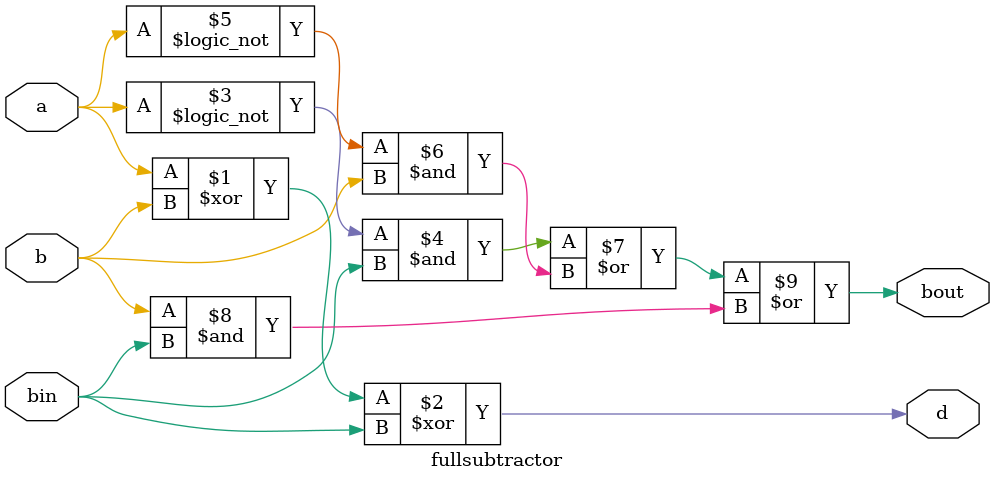
<source format=v>
module fullsubtractor(a,b,bin,d,bout);
input a,b,bin;
output d,bout;
assign d=a^b^bin;
assign bout=(!a&bin)|(!a&b)|(b&bin);
endmodule
</source>
